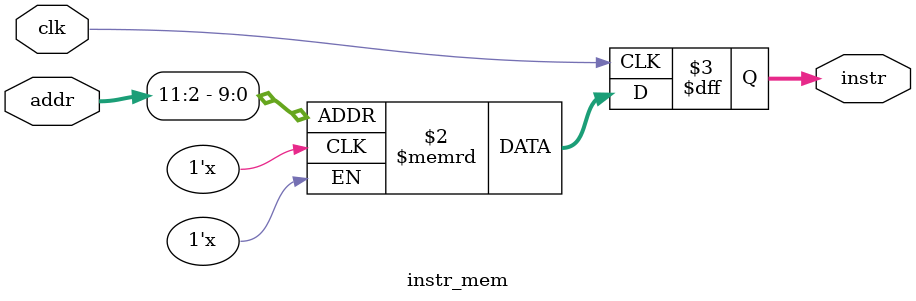
<source format=v>
module instr_mem (
  input  wire clk,
  input  wire [31:0] addr,
  output reg  [31:0] instr
);

reg [31:0] mem [0:1023];

always @(posedge clk)
  instr <= mem[addr[11:2]];  // word aligned

endmodule

</source>
